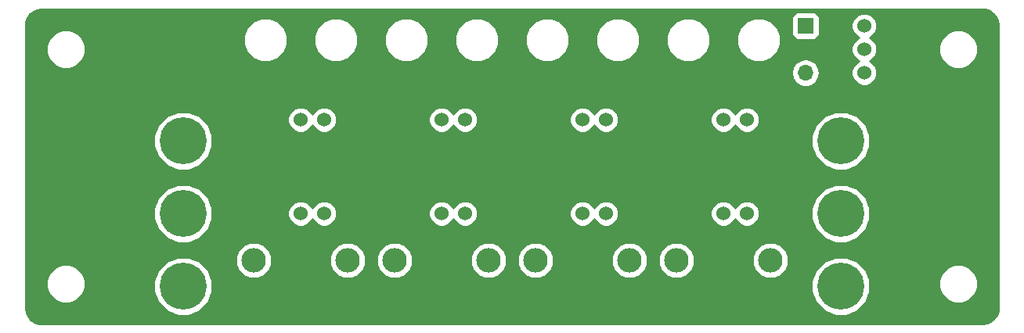
<source format=gbr>
G04 #@! TF.GenerationSoftware,KiCad,Pcbnew,(5.0.2)-1*
G04 #@! TF.CreationDate,2019-04-02T18:39:04-05:00*
G04 #@! TF.ProjectId,CameraPowerInjector_Hardware,43616d65-7261-4506-9f77-6572496e6a65,rev?*
G04 #@! TF.SameCoordinates,Original*
G04 #@! TF.FileFunction,Copper,L2,Bot*
G04 #@! TF.FilePolarity,Positive*
%FSLAX46Y46*%
G04 Gerber Fmt 4.6, Leading zero omitted, Abs format (unit mm)*
G04 Created by KiCad (PCBNEW (5.0.2)-1) date 4/2/2019 6:39:04 PM*
%MOMM*%
%LPD*%
G01*
G04 APERTURE LIST*
G04 #@! TA.AperFunction,ComponentPad*
%ADD10C,5.080000*%
G04 #@! TD*
G04 #@! TA.AperFunction,ComponentPad*
%ADD11C,1.524000*%
G04 #@! TD*
G04 #@! TA.AperFunction,ComponentPad*
%ADD12C,2.641600*%
G04 #@! TD*
G04 #@! TA.AperFunction,ComponentPad*
%ADD13R,1.700000X1.700000*%
G04 #@! TD*
G04 #@! TA.AperFunction,ComponentPad*
%ADD14O,1.700000X1.700000*%
G04 #@! TD*
G04 #@! TA.AperFunction,Conductor*
%ADD15C,0.254000*%
G04 #@! TD*
G04 APERTURE END LIST*
D10*
G04 #@! TO.P,Conn1,1*
G04 #@! TO.N,GND*
X134620000Y-127254000D03*
G04 #@! TO.P,Conn1,2*
G04 #@! TO.N,N/C*
X134620000Y-119380000D03*
G04 #@! TO.P,Conn1,3*
G04 #@! TO.N,VDDA*
X134620000Y-111506000D03*
G04 #@! TD*
D11*
G04 #@! TO.P,Conn2,3*
G04 #@! TO.N,GND*
X124460000Y-109220000D03*
G04 #@! TO.P,Conn2,2*
G04 #@! TO.N,C1_Sig*
X121920000Y-109220000D03*
G04 #@! TO.P,Conn2,1*
G04 #@! TO.N,VCOM*
X119380000Y-109220000D03*
G04 #@! TD*
G04 #@! TO.P,Conn3,1*
G04 #@! TO.N,VCOM*
X104140000Y-109220000D03*
G04 #@! TO.P,Conn3,2*
G04 #@! TO.N,C2_Sig*
X106680000Y-109220000D03*
G04 #@! TO.P,Conn3,3*
G04 #@! TO.N,GND*
X109220000Y-109220000D03*
G04 #@! TD*
G04 #@! TO.P,Conn4,3*
G04 #@! TO.N,GND*
X93980000Y-109220000D03*
G04 #@! TO.P,Conn4,2*
G04 #@! TO.N,C3_Sig*
X91440000Y-109220000D03*
G04 #@! TO.P,Conn4,1*
G04 #@! TO.N,VCOM*
X88900000Y-109220000D03*
G04 #@! TD*
G04 #@! TO.P,Conn5,1*
G04 #@! TO.N,VCOM*
X73660000Y-109220000D03*
G04 #@! TO.P,Conn5,2*
G04 #@! TO.N,C4_Sig*
X76200000Y-109220000D03*
G04 #@! TO.P,Conn5,3*
G04 #@! TO.N,GND*
X78740000Y-109220000D03*
G04 #@! TD*
D10*
G04 #@! TO.P,Conn6,3*
G04 #@! TO.N,VDDA*
X63500000Y-127254000D03*
G04 #@! TO.P,Conn6,2*
G04 #@! TO.N,N/C*
X63500000Y-119380000D03*
G04 #@! TO.P,Conn6,1*
G04 #@! TO.N,GND*
X63500000Y-111506000D03*
G04 #@! TD*
D11*
G04 #@! TO.P,J1,1*
G04 #@! TO.N,C1_Sig*
X121920000Y-119380000D03*
G04 #@! TO.P,J1,2*
G04 #@! TO.N,GND*
X124460000Y-119380000D03*
D12*
G04 #@! TO.P,J1,3*
G04 #@! TO.N,N/C*
X127000000Y-124460000D03*
G04 #@! TO.P,J1,4*
X116840000Y-124460000D03*
G04 #@! TD*
G04 #@! TO.P,J2,4*
G04 #@! TO.N,N/C*
X101600000Y-124460000D03*
G04 #@! TO.P,J2,3*
X111760000Y-124460000D03*
D11*
G04 #@! TO.P,J2,2*
G04 #@! TO.N,GND*
X109220000Y-119380000D03*
G04 #@! TO.P,J2,1*
G04 #@! TO.N,C2_Sig*
X106680000Y-119380000D03*
G04 #@! TD*
G04 #@! TO.P,J3,1*
G04 #@! TO.N,C3_Sig*
X91440000Y-119380000D03*
G04 #@! TO.P,J3,2*
G04 #@! TO.N,GND*
X93980000Y-119380000D03*
D12*
G04 #@! TO.P,J3,3*
G04 #@! TO.N,N/C*
X96520000Y-124460000D03*
G04 #@! TO.P,J3,4*
X86360000Y-124460000D03*
G04 #@! TD*
G04 #@! TO.P,J4,4*
G04 #@! TO.N,N/C*
X71120000Y-124460000D03*
G04 #@! TO.P,J4,3*
X81280000Y-124460000D03*
D11*
G04 #@! TO.P,J4,2*
G04 #@! TO.N,GND*
X78740000Y-119380000D03*
G04 #@! TO.P,J4,1*
G04 #@! TO.N,C4_Sig*
X76200000Y-119380000D03*
G04 #@! TD*
D13*
G04 #@! TO.P,JP1,1*
G04 #@! TO.N,VDDF*
X130810000Y-99060000D03*
D14*
G04 #@! TO.P,JP1,2*
G04 #@! TO.N,VCOM*
X130810000Y-101600000D03*
G04 #@! TO.P,JP1,3*
G04 #@! TO.N,VDDA*
X130810000Y-104140000D03*
G04 #@! TD*
D11*
G04 #@! TO.P,U1,1*
G04 #@! TO.N,VDDA*
X137160000Y-104140000D03*
G04 #@! TO.P,U1,2*
G04 #@! TO.N,GND*
X137160000Y-101600000D03*
G04 #@! TO.P,U1,3*
G04 #@! TO.N,VDDF*
X137160000Y-99060000D03*
G04 #@! TD*
D15*
G04 #@! TO.N,VCOM*
G36*
X150307431Y-97317365D02*
X150726750Y-97483385D01*
X151091610Y-97748471D01*
X151379079Y-98095963D01*
X151571102Y-98504031D01*
X151662168Y-98981417D01*
X151665001Y-99071568D01*
X151665000Y-129493759D01*
X151602635Y-129987430D01*
X151436613Y-130406753D01*
X151171529Y-130771609D01*
X150824037Y-131059079D01*
X150415968Y-131251102D01*
X149938583Y-131342168D01*
X149848465Y-131345000D01*
X48306241Y-131345000D01*
X47812570Y-131282635D01*
X47393247Y-131116613D01*
X47028391Y-130851529D01*
X46740921Y-130504037D01*
X46548898Y-130095968D01*
X46457832Y-129618583D01*
X46455000Y-129528465D01*
X46455000Y-126580653D01*
X48691800Y-126580653D01*
X48691800Y-127419347D01*
X49012754Y-128194199D01*
X49605801Y-128787246D01*
X50380653Y-129108200D01*
X51219347Y-129108200D01*
X51994199Y-128787246D01*
X52587246Y-128194199D01*
X52908200Y-127419347D01*
X52908200Y-126622453D01*
X60325000Y-126622453D01*
X60325000Y-127885547D01*
X60808365Y-129052493D01*
X61701507Y-129945635D01*
X62868453Y-130429000D01*
X64131547Y-130429000D01*
X65298493Y-129945635D01*
X66191635Y-129052493D01*
X66675000Y-127885547D01*
X66675000Y-126622453D01*
X131445000Y-126622453D01*
X131445000Y-127885547D01*
X131928365Y-129052493D01*
X132821507Y-129945635D01*
X133988453Y-130429000D01*
X135251547Y-130429000D01*
X136418493Y-129945635D01*
X137311635Y-129052493D01*
X137795000Y-127885547D01*
X137795000Y-126622453D01*
X137777686Y-126580653D01*
X145211800Y-126580653D01*
X145211800Y-127419347D01*
X145532754Y-128194199D01*
X146125801Y-128787246D01*
X146900653Y-129108200D01*
X147739347Y-129108200D01*
X148514199Y-128787246D01*
X149107246Y-128194199D01*
X149428200Y-127419347D01*
X149428200Y-126580653D01*
X149107246Y-125805801D01*
X148514199Y-125212754D01*
X147739347Y-124891800D01*
X146900653Y-124891800D01*
X146125801Y-125212754D01*
X145532754Y-125805801D01*
X145211800Y-126580653D01*
X137777686Y-126580653D01*
X137311635Y-125455507D01*
X136418493Y-124562365D01*
X135251547Y-124079000D01*
X133988453Y-124079000D01*
X132821507Y-124562365D01*
X131928365Y-125455507D01*
X131445000Y-126622453D01*
X66675000Y-126622453D01*
X66191635Y-125455507D01*
X65298493Y-124562365D01*
X64131547Y-124079000D01*
X62868453Y-124079000D01*
X61701507Y-124562365D01*
X60808365Y-125455507D01*
X60325000Y-126622453D01*
X52908200Y-126622453D01*
X52908200Y-126580653D01*
X52587246Y-125805801D01*
X51994199Y-125212754D01*
X51219347Y-124891800D01*
X50380653Y-124891800D01*
X49605801Y-125212754D01*
X49012754Y-125805801D01*
X48691800Y-126580653D01*
X46455000Y-126580653D01*
X46455000Y-124070967D01*
X69164200Y-124070967D01*
X69164200Y-124849033D01*
X69461953Y-125567871D01*
X70012129Y-126118047D01*
X70730967Y-126415800D01*
X71509033Y-126415800D01*
X72227871Y-126118047D01*
X72778047Y-125567871D01*
X73075800Y-124849033D01*
X73075800Y-124070967D01*
X79324200Y-124070967D01*
X79324200Y-124849033D01*
X79621953Y-125567871D01*
X80172129Y-126118047D01*
X80890967Y-126415800D01*
X81669033Y-126415800D01*
X82387871Y-126118047D01*
X82938047Y-125567871D01*
X83235800Y-124849033D01*
X83235800Y-124070967D01*
X84404200Y-124070967D01*
X84404200Y-124849033D01*
X84701953Y-125567871D01*
X85252129Y-126118047D01*
X85970967Y-126415800D01*
X86749033Y-126415800D01*
X87467871Y-126118047D01*
X88018047Y-125567871D01*
X88315800Y-124849033D01*
X88315800Y-124070967D01*
X94564200Y-124070967D01*
X94564200Y-124849033D01*
X94861953Y-125567871D01*
X95412129Y-126118047D01*
X96130967Y-126415800D01*
X96909033Y-126415800D01*
X97627871Y-126118047D01*
X98178047Y-125567871D01*
X98475800Y-124849033D01*
X98475800Y-124070967D01*
X99644200Y-124070967D01*
X99644200Y-124849033D01*
X99941953Y-125567871D01*
X100492129Y-126118047D01*
X101210967Y-126415800D01*
X101989033Y-126415800D01*
X102707871Y-126118047D01*
X103258047Y-125567871D01*
X103555800Y-124849033D01*
X103555800Y-124070967D01*
X109804200Y-124070967D01*
X109804200Y-124849033D01*
X110101953Y-125567871D01*
X110652129Y-126118047D01*
X111370967Y-126415800D01*
X112149033Y-126415800D01*
X112867871Y-126118047D01*
X113418047Y-125567871D01*
X113715800Y-124849033D01*
X113715800Y-124070967D01*
X114884200Y-124070967D01*
X114884200Y-124849033D01*
X115181953Y-125567871D01*
X115732129Y-126118047D01*
X116450967Y-126415800D01*
X117229033Y-126415800D01*
X117947871Y-126118047D01*
X118498047Y-125567871D01*
X118795800Y-124849033D01*
X118795800Y-124070967D01*
X125044200Y-124070967D01*
X125044200Y-124849033D01*
X125341953Y-125567871D01*
X125892129Y-126118047D01*
X126610967Y-126415800D01*
X127389033Y-126415800D01*
X128107871Y-126118047D01*
X128658047Y-125567871D01*
X128955800Y-124849033D01*
X128955800Y-124070967D01*
X128658047Y-123352129D01*
X128107871Y-122801953D01*
X127389033Y-122504200D01*
X126610967Y-122504200D01*
X125892129Y-122801953D01*
X125341953Y-123352129D01*
X125044200Y-124070967D01*
X118795800Y-124070967D01*
X118498047Y-123352129D01*
X117947871Y-122801953D01*
X117229033Y-122504200D01*
X116450967Y-122504200D01*
X115732129Y-122801953D01*
X115181953Y-123352129D01*
X114884200Y-124070967D01*
X113715800Y-124070967D01*
X113418047Y-123352129D01*
X112867871Y-122801953D01*
X112149033Y-122504200D01*
X111370967Y-122504200D01*
X110652129Y-122801953D01*
X110101953Y-123352129D01*
X109804200Y-124070967D01*
X103555800Y-124070967D01*
X103258047Y-123352129D01*
X102707871Y-122801953D01*
X101989033Y-122504200D01*
X101210967Y-122504200D01*
X100492129Y-122801953D01*
X99941953Y-123352129D01*
X99644200Y-124070967D01*
X98475800Y-124070967D01*
X98178047Y-123352129D01*
X97627871Y-122801953D01*
X96909033Y-122504200D01*
X96130967Y-122504200D01*
X95412129Y-122801953D01*
X94861953Y-123352129D01*
X94564200Y-124070967D01*
X88315800Y-124070967D01*
X88018047Y-123352129D01*
X87467871Y-122801953D01*
X86749033Y-122504200D01*
X85970967Y-122504200D01*
X85252129Y-122801953D01*
X84701953Y-123352129D01*
X84404200Y-124070967D01*
X83235800Y-124070967D01*
X82938047Y-123352129D01*
X82387871Y-122801953D01*
X81669033Y-122504200D01*
X80890967Y-122504200D01*
X80172129Y-122801953D01*
X79621953Y-123352129D01*
X79324200Y-124070967D01*
X73075800Y-124070967D01*
X72778047Y-123352129D01*
X72227871Y-122801953D01*
X71509033Y-122504200D01*
X70730967Y-122504200D01*
X70012129Y-122801953D01*
X69461953Y-123352129D01*
X69164200Y-124070967D01*
X46455000Y-124070967D01*
X46455000Y-118748453D01*
X60325000Y-118748453D01*
X60325000Y-120011547D01*
X60808365Y-121178493D01*
X61701507Y-122071635D01*
X62868453Y-122555000D01*
X64131547Y-122555000D01*
X65298493Y-122071635D01*
X66191635Y-121178493D01*
X66675000Y-120011547D01*
X66675000Y-119102119D01*
X74803000Y-119102119D01*
X74803000Y-119657881D01*
X75015680Y-120171337D01*
X75408663Y-120564320D01*
X75922119Y-120777000D01*
X76477881Y-120777000D01*
X76991337Y-120564320D01*
X77384320Y-120171337D01*
X77470000Y-119964487D01*
X77555680Y-120171337D01*
X77948663Y-120564320D01*
X78462119Y-120777000D01*
X79017881Y-120777000D01*
X79531337Y-120564320D01*
X79924320Y-120171337D01*
X80137000Y-119657881D01*
X80137000Y-119102119D01*
X90043000Y-119102119D01*
X90043000Y-119657881D01*
X90255680Y-120171337D01*
X90648663Y-120564320D01*
X91162119Y-120777000D01*
X91717881Y-120777000D01*
X92231337Y-120564320D01*
X92624320Y-120171337D01*
X92710000Y-119964487D01*
X92795680Y-120171337D01*
X93188663Y-120564320D01*
X93702119Y-120777000D01*
X94257881Y-120777000D01*
X94771337Y-120564320D01*
X95164320Y-120171337D01*
X95377000Y-119657881D01*
X95377000Y-119102119D01*
X105283000Y-119102119D01*
X105283000Y-119657881D01*
X105495680Y-120171337D01*
X105888663Y-120564320D01*
X106402119Y-120777000D01*
X106957881Y-120777000D01*
X107471337Y-120564320D01*
X107864320Y-120171337D01*
X107950000Y-119964487D01*
X108035680Y-120171337D01*
X108428663Y-120564320D01*
X108942119Y-120777000D01*
X109497881Y-120777000D01*
X110011337Y-120564320D01*
X110404320Y-120171337D01*
X110617000Y-119657881D01*
X110617000Y-119102119D01*
X120523000Y-119102119D01*
X120523000Y-119657881D01*
X120735680Y-120171337D01*
X121128663Y-120564320D01*
X121642119Y-120777000D01*
X122197881Y-120777000D01*
X122711337Y-120564320D01*
X123104320Y-120171337D01*
X123190000Y-119964487D01*
X123275680Y-120171337D01*
X123668663Y-120564320D01*
X124182119Y-120777000D01*
X124737881Y-120777000D01*
X125251337Y-120564320D01*
X125644320Y-120171337D01*
X125857000Y-119657881D01*
X125857000Y-119102119D01*
X125710508Y-118748453D01*
X131445000Y-118748453D01*
X131445000Y-120011547D01*
X131928365Y-121178493D01*
X132821507Y-122071635D01*
X133988453Y-122555000D01*
X135251547Y-122555000D01*
X136418493Y-122071635D01*
X137311635Y-121178493D01*
X137795000Y-120011547D01*
X137795000Y-118748453D01*
X137311635Y-117581507D01*
X136418493Y-116688365D01*
X135251547Y-116205000D01*
X133988453Y-116205000D01*
X132821507Y-116688365D01*
X131928365Y-117581507D01*
X131445000Y-118748453D01*
X125710508Y-118748453D01*
X125644320Y-118588663D01*
X125251337Y-118195680D01*
X124737881Y-117983000D01*
X124182119Y-117983000D01*
X123668663Y-118195680D01*
X123275680Y-118588663D01*
X123190000Y-118795513D01*
X123104320Y-118588663D01*
X122711337Y-118195680D01*
X122197881Y-117983000D01*
X121642119Y-117983000D01*
X121128663Y-118195680D01*
X120735680Y-118588663D01*
X120523000Y-119102119D01*
X110617000Y-119102119D01*
X110404320Y-118588663D01*
X110011337Y-118195680D01*
X109497881Y-117983000D01*
X108942119Y-117983000D01*
X108428663Y-118195680D01*
X108035680Y-118588663D01*
X107950000Y-118795513D01*
X107864320Y-118588663D01*
X107471337Y-118195680D01*
X106957881Y-117983000D01*
X106402119Y-117983000D01*
X105888663Y-118195680D01*
X105495680Y-118588663D01*
X105283000Y-119102119D01*
X95377000Y-119102119D01*
X95164320Y-118588663D01*
X94771337Y-118195680D01*
X94257881Y-117983000D01*
X93702119Y-117983000D01*
X93188663Y-118195680D01*
X92795680Y-118588663D01*
X92710000Y-118795513D01*
X92624320Y-118588663D01*
X92231337Y-118195680D01*
X91717881Y-117983000D01*
X91162119Y-117983000D01*
X90648663Y-118195680D01*
X90255680Y-118588663D01*
X90043000Y-119102119D01*
X80137000Y-119102119D01*
X79924320Y-118588663D01*
X79531337Y-118195680D01*
X79017881Y-117983000D01*
X78462119Y-117983000D01*
X77948663Y-118195680D01*
X77555680Y-118588663D01*
X77470000Y-118795513D01*
X77384320Y-118588663D01*
X76991337Y-118195680D01*
X76477881Y-117983000D01*
X75922119Y-117983000D01*
X75408663Y-118195680D01*
X75015680Y-118588663D01*
X74803000Y-119102119D01*
X66675000Y-119102119D01*
X66675000Y-118748453D01*
X66191635Y-117581507D01*
X65298493Y-116688365D01*
X64131547Y-116205000D01*
X62868453Y-116205000D01*
X61701507Y-116688365D01*
X60808365Y-117581507D01*
X60325000Y-118748453D01*
X46455000Y-118748453D01*
X46455000Y-110874453D01*
X60325000Y-110874453D01*
X60325000Y-112137547D01*
X60808365Y-113304493D01*
X61701507Y-114197635D01*
X62868453Y-114681000D01*
X64131547Y-114681000D01*
X65298493Y-114197635D01*
X66191635Y-113304493D01*
X66675000Y-112137547D01*
X66675000Y-110874453D01*
X131445000Y-110874453D01*
X131445000Y-112137547D01*
X131928365Y-113304493D01*
X132821507Y-114197635D01*
X133988453Y-114681000D01*
X135251547Y-114681000D01*
X136418493Y-114197635D01*
X137311635Y-113304493D01*
X137795000Y-112137547D01*
X137795000Y-110874453D01*
X137311635Y-109707507D01*
X136418493Y-108814365D01*
X135251547Y-108331000D01*
X133988453Y-108331000D01*
X132821507Y-108814365D01*
X131928365Y-109707507D01*
X131445000Y-110874453D01*
X66675000Y-110874453D01*
X66191635Y-109707507D01*
X65426247Y-108942119D01*
X74803000Y-108942119D01*
X74803000Y-109497881D01*
X75015680Y-110011337D01*
X75408663Y-110404320D01*
X75922119Y-110617000D01*
X76477881Y-110617000D01*
X76991337Y-110404320D01*
X77384320Y-110011337D01*
X77470000Y-109804487D01*
X77555680Y-110011337D01*
X77948663Y-110404320D01*
X78462119Y-110617000D01*
X79017881Y-110617000D01*
X79531337Y-110404320D01*
X79924320Y-110011337D01*
X80137000Y-109497881D01*
X80137000Y-108942119D01*
X90043000Y-108942119D01*
X90043000Y-109497881D01*
X90255680Y-110011337D01*
X90648663Y-110404320D01*
X91162119Y-110617000D01*
X91717881Y-110617000D01*
X92231337Y-110404320D01*
X92624320Y-110011337D01*
X92710000Y-109804487D01*
X92795680Y-110011337D01*
X93188663Y-110404320D01*
X93702119Y-110617000D01*
X94257881Y-110617000D01*
X94771337Y-110404320D01*
X95164320Y-110011337D01*
X95377000Y-109497881D01*
X95377000Y-108942119D01*
X105283000Y-108942119D01*
X105283000Y-109497881D01*
X105495680Y-110011337D01*
X105888663Y-110404320D01*
X106402119Y-110617000D01*
X106957881Y-110617000D01*
X107471337Y-110404320D01*
X107864320Y-110011337D01*
X107950000Y-109804487D01*
X108035680Y-110011337D01*
X108428663Y-110404320D01*
X108942119Y-110617000D01*
X109497881Y-110617000D01*
X110011337Y-110404320D01*
X110404320Y-110011337D01*
X110617000Y-109497881D01*
X110617000Y-108942119D01*
X120523000Y-108942119D01*
X120523000Y-109497881D01*
X120735680Y-110011337D01*
X121128663Y-110404320D01*
X121642119Y-110617000D01*
X122197881Y-110617000D01*
X122711337Y-110404320D01*
X123104320Y-110011337D01*
X123190000Y-109804487D01*
X123275680Y-110011337D01*
X123668663Y-110404320D01*
X124182119Y-110617000D01*
X124737881Y-110617000D01*
X125251337Y-110404320D01*
X125644320Y-110011337D01*
X125857000Y-109497881D01*
X125857000Y-108942119D01*
X125644320Y-108428663D01*
X125251337Y-108035680D01*
X124737881Y-107823000D01*
X124182119Y-107823000D01*
X123668663Y-108035680D01*
X123275680Y-108428663D01*
X123190000Y-108635513D01*
X123104320Y-108428663D01*
X122711337Y-108035680D01*
X122197881Y-107823000D01*
X121642119Y-107823000D01*
X121128663Y-108035680D01*
X120735680Y-108428663D01*
X120523000Y-108942119D01*
X110617000Y-108942119D01*
X110404320Y-108428663D01*
X110011337Y-108035680D01*
X109497881Y-107823000D01*
X108942119Y-107823000D01*
X108428663Y-108035680D01*
X108035680Y-108428663D01*
X107950000Y-108635513D01*
X107864320Y-108428663D01*
X107471337Y-108035680D01*
X106957881Y-107823000D01*
X106402119Y-107823000D01*
X105888663Y-108035680D01*
X105495680Y-108428663D01*
X105283000Y-108942119D01*
X95377000Y-108942119D01*
X95164320Y-108428663D01*
X94771337Y-108035680D01*
X94257881Y-107823000D01*
X93702119Y-107823000D01*
X93188663Y-108035680D01*
X92795680Y-108428663D01*
X92710000Y-108635513D01*
X92624320Y-108428663D01*
X92231337Y-108035680D01*
X91717881Y-107823000D01*
X91162119Y-107823000D01*
X90648663Y-108035680D01*
X90255680Y-108428663D01*
X90043000Y-108942119D01*
X80137000Y-108942119D01*
X79924320Y-108428663D01*
X79531337Y-108035680D01*
X79017881Y-107823000D01*
X78462119Y-107823000D01*
X77948663Y-108035680D01*
X77555680Y-108428663D01*
X77470000Y-108635513D01*
X77384320Y-108428663D01*
X76991337Y-108035680D01*
X76477881Y-107823000D01*
X75922119Y-107823000D01*
X75408663Y-108035680D01*
X75015680Y-108428663D01*
X74803000Y-108942119D01*
X65426247Y-108942119D01*
X65298493Y-108814365D01*
X64131547Y-108331000D01*
X62868453Y-108331000D01*
X61701507Y-108814365D01*
X60808365Y-109707507D01*
X60325000Y-110874453D01*
X46455000Y-110874453D01*
X46455000Y-104140000D01*
X129295908Y-104140000D01*
X129411161Y-104719418D01*
X129739375Y-105210625D01*
X130230582Y-105538839D01*
X130663744Y-105625000D01*
X130956256Y-105625000D01*
X131389418Y-105538839D01*
X131880625Y-105210625D01*
X132208839Y-104719418D01*
X132324092Y-104140000D01*
X132208839Y-103560582D01*
X131880625Y-103069375D01*
X131389418Y-102741161D01*
X130956256Y-102655000D01*
X130663744Y-102655000D01*
X130230582Y-102741161D01*
X129739375Y-103069375D01*
X129411161Y-103560582D01*
X129295908Y-104140000D01*
X46455000Y-104140000D01*
X46455000Y-101180653D01*
X48691800Y-101180653D01*
X48691800Y-102019347D01*
X49012754Y-102794199D01*
X49605801Y-103387246D01*
X50380653Y-103708200D01*
X51219347Y-103708200D01*
X51994199Y-103387246D01*
X52587246Y-102794199D01*
X52908200Y-102019347D01*
X52908200Y-101180653D01*
X52587246Y-100405801D01*
X52296012Y-100114567D01*
X70030000Y-100114567D01*
X70030000Y-101053433D01*
X70389289Y-101920833D01*
X71053167Y-102584711D01*
X71920567Y-102944000D01*
X72859433Y-102944000D01*
X73726833Y-102584711D01*
X74390711Y-101920833D01*
X74750000Y-101053433D01*
X74750000Y-100114567D01*
X77650000Y-100114567D01*
X77650000Y-101053433D01*
X78009289Y-101920833D01*
X78673167Y-102584711D01*
X79540567Y-102944000D01*
X80479433Y-102944000D01*
X81346833Y-102584711D01*
X82010711Y-101920833D01*
X82370000Y-101053433D01*
X82370000Y-100114567D01*
X85270000Y-100114567D01*
X85270000Y-101053433D01*
X85629289Y-101920833D01*
X86293167Y-102584711D01*
X87160567Y-102944000D01*
X88099433Y-102944000D01*
X88966833Y-102584711D01*
X89630711Y-101920833D01*
X89990000Y-101053433D01*
X89990000Y-100114567D01*
X92890000Y-100114567D01*
X92890000Y-101053433D01*
X93249289Y-101920833D01*
X93913167Y-102584711D01*
X94780567Y-102944000D01*
X95719433Y-102944000D01*
X96586833Y-102584711D01*
X97250711Y-101920833D01*
X97610000Y-101053433D01*
X97610000Y-100114567D01*
X100510000Y-100114567D01*
X100510000Y-101053433D01*
X100869289Y-101920833D01*
X101533167Y-102584711D01*
X102400567Y-102944000D01*
X103339433Y-102944000D01*
X104206833Y-102584711D01*
X104870711Y-101920833D01*
X105230000Y-101053433D01*
X105230000Y-100114567D01*
X108130000Y-100114567D01*
X108130000Y-101053433D01*
X108489289Y-101920833D01*
X109153167Y-102584711D01*
X110020567Y-102944000D01*
X110959433Y-102944000D01*
X111826833Y-102584711D01*
X112490711Y-101920833D01*
X112850000Y-101053433D01*
X112850000Y-100114567D01*
X115750000Y-100114567D01*
X115750000Y-101053433D01*
X116109289Y-101920833D01*
X116773167Y-102584711D01*
X117640567Y-102944000D01*
X118579433Y-102944000D01*
X119446833Y-102584711D01*
X120110711Y-101920833D01*
X120470000Y-101053433D01*
X120470000Y-100114567D01*
X123370000Y-100114567D01*
X123370000Y-101053433D01*
X123729289Y-101920833D01*
X124393167Y-102584711D01*
X125260567Y-102944000D01*
X126199433Y-102944000D01*
X127066833Y-102584711D01*
X127730711Y-101920833D01*
X128090000Y-101053433D01*
X128090000Y-100114567D01*
X127730711Y-99247167D01*
X127066833Y-98583289D01*
X126199433Y-98224000D01*
X125260567Y-98224000D01*
X124393167Y-98583289D01*
X123729289Y-99247167D01*
X123370000Y-100114567D01*
X120470000Y-100114567D01*
X120110711Y-99247167D01*
X119446833Y-98583289D01*
X118579433Y-98224000D01*
X117640567Y-98224000D01*
X116773167Y-98583289D01*
X116109289Y-99247167D01*
X115750000Y-100114567D01*
X112850000Y-100114567D01*
X112490711Y-99247167D01*
X111826833Y-98583289D01*
X110959433Y-98224000D01*
X110020567Y-98224000D01*
X109153167Y-98583289D01*
X108489289Y-99247167D01*
X108130000Y-100114567D01*
X105230000Y-100114567D01*
X104870711Y-99247167D01*
X104206833Y-98583289D01*
X103339433Y-98224000D01*
X102400567Y-98224000D01*
X101533167Y-98583289D01*
X100869289Y-99247167D01*
X100510000Y-100114567D01*
X97610000Y-100114567D01*
X97250711Y-99247167D01*
X96586833Y-98583289D01*
X95719433Y-98224000D01*
X94780567Y-98224000D01*
X93913167Y-98583289D01*
X93249289Y-99247167D01*
X92890000Y-100114567D01*
X89990000Y-100114567D01*
X89630711Y-99247167D01*
X88966833Y-98583289D01*
X88099433Y-98224000D01*
X87160567Y-98224000D01*
X86293167Y-98583289D01*
X85629289Y-99247167D01*
X85270000Y-100114567D01*
X82370000Y-100114567D01*
X82010711Y-99247167D01*
X81346833Y-98583289D01*
X80479433Y-98224000D01*
X79540567Y-98224000D01*
X78673167Y-98583289D01*
X78009289Y-99247167D01*
X77650000Y-100114567D01*
X74750000Y-100114567D01*
X74390711Y-99247167D01*
X73726833Y-98583289D01*
X72859433Y-98224000D01*
X71920567Y-98224000D01*
X71053167Y-98583289D01*
X70389289Y-99247167D01*
X70030000Y-100114567D01*
X52296012Y-100114567D01*
X51994199Y-99812754D01*
X51219347Y-99491800D01*
X50380653Y-99491800D01*
X49605801Y-99812754D01*
X49012754Y-100405801D01*
X48691800Y-101180653D01*
X46455000Y-101180653D01*
X46455000Y-99106240D01*
X46517365Y-98612569D01*
X46676753Y-98210000D01*
X129312560Y-98210000D01*
X129312560Y-99910000D01*
X129361843Y-100157765D01*
X129502191Y-100367809D01*
X129712235Y-100508157D01*
X129960000Y-100557440D01*
X131660000Y-100557440D01*
X131907765Y-100508157D01*
X132117809Y-100367809D01*
X132258157Y-100157765D01*
X132307440Y-99910000D01*
X132307440Y-98782119D01*
X135763000Y-98782119D01*
X135763000Y-99337881D01*
X135975680Y-99851337D01*
X136368663Y-100244320D01*
X136575513Y-100330000D01*
X136368663Y-100415680D01*
X135975680Y-100808663D01*
X135763000Y-101322119D01*
X135763000Y-101877881D01*
X135975680Y-102391337D01*
X136368663Y-102784320D01*
X136575513Y-102870000D01*
X136368663Y-102955680D01*
X135975680Y-103348663D01*
X135763000Y-103862119D01*
X135763000Y-104417881D01*
X135975680Y-104931337D01*
X136368663Y-105324320D01*
X136882119Y-105537000D01*
X137437881Y-105537000D01*
X137951337Y-105324320D01*
X138344320Y-104931337D01*
X138557000Y-104417881D01*
X138557000Y-103862119D01*
X138344320Y-103348663D01*
X137951337Y-102955680D01*
X137744487Y-102870000D01*
X137951337Y-102784320D01*
X138344320Y-102391337D01*
X138557000Y-101877881D01*
X138557000Y-101322119D01*
X138498403Y-101180653D01*
X145211800Y-101180653D01*
X145211800Y-102019347D01*
X145532754Y-102794199D01*
X146125801Y-103387246D01*
X146900653Y-103708200D01*
X147739347Y-103708200D01*
X148514199Y-103387246D01*
X149107246Y-102794199D01*
X149428200Y-102019347D01*
X149428200Y-101180653D01*
X149107246Y-100405801D01*
X148514199Y-99812754D01*
X147739347Y-99491800D01*
X146900653Y-99491800D01*
X146125801Y-99812754D01*
X145532754Y-100405801D01*
X145211800Y-101180653D01*
X138498403Y-101180653D01*
X138344320Y-100808663D01*
X137951337Y-100415680D01*
X137744487Y-100330000D01*
X137951337Y-100244320D01*
X138344320Y-99851337D01*
X138557000Y-99337881D01*
X138557000Y-98782119D01*
X138344320Y-98268663D01*
X137951337Y-97875680D01*
X137437881Y-97663000D01*
X136882119Y-97663000D01*
X136368663Y-97875680D01*
X135975680Y-98268663D01*
X135763000Y-98782119D01*
X132307440Y-98782119D01*
X132307440Y-98210000D01*
X132258157Y-97962235D01*
X132117809Y-97752191D01*
X131907765Y-97611843D01*
X131660000Y-97562560D01*
X129960000Y-97562560D01*
X129712235Y-97611843D01*
X129502191Y-97752191D01*
X129361843Y-97962235D01*
X129312560Y-98210000D01*
X46676753Y-98210000D01*
X46683385Y-98193250D01*
X46948471Y-97828390D01*
X47295963Y-97540921D01*
X47704031Y-97348898D01*
X48181417Y-97257832D01*
X48271536Y-97255000D01*
X149813760Y-97255000D01*
X150307431Y-97317365D01*
X150307431Y-97317365D01*
G37*
X150307431Y-97317365D02*
X150726750Y-97483385D01*
X151091610Y-97748471D01*
X151379079Y-98095963D01*
X151571102Y-98504031D01*
X151662168Y-98981417D01*
X151665001Y-99071568D01*
X151665000Y-129493759D01*
X151602635Y-129987430D01*
X151436613Y-130406753D01*
X151171529Y-130771609D01*
X150824037Y-131059079D01*
X150415968Y-131251102D01*
X149938583Y-131342168D01*
X149848465Y-131345000D01*
X48306241Y-131345000D01*
X47812570Y-131282635D01*
X47393247Y-131116613D01*
X47028391Y-130851529D01*
X46740921Y-130504037D01*
X46548898Y-130095968D01*
X46457832Y-129618583D01*
X46455000Y-129528465D01*
X46455000Y-126580653D01*
X48691800Y-126580653D01*
X48691800Y-127419347D01*
X49012754Y-128194199D01*
X49605801Y-128787246D01*
X50380653Y-129108200D01*
X51219347Y-129108200D01*
X51994199Y-128787246D01*
X52587246Y-128194199D01*
X52908200Y-127419347D01*
X52908200Y-126622453D01*
X60325000Y-126622453D01*
X60325000Y-127885547D01*
X60808365Y-129052493D01*
X61701507Y-129945635D01*
X62868453Y-130429000D01*
X64131547Y-130429000D01*
X65298493Y-129945635D01*
X66191635Y-129052493D01*
X66675000Y-127885547D01*
X66675000Y-126622453D01*
X131445000Y-126622453D01*
X131445000Y-127885547D01*
X131928365Y-129052493D01*
X132821507Y-129945635D01*
X133988453Y-130429000D01*
X135251547Y-130429000D01*
X136418493Y-129945635D01*
X137311635Y-129052493D01*
X137795000Y-127885547D01*
X137795000Y-126622453D01*
X137777686Y-126580653D01*
X145211800Y-126580653D01*
X145211800Y-127419347D01*
X145532754Y-128194199D01*
X146125801Y-128787246D01*
X146900653Y-129108200D01*
X147739347Y-129108200D01*
X148514199Y-128787246D01*
X149107246Y-128194199D01*
X149428200Y-127419347D01*
X149428200Y-126580653D01*
X149107246Y-125805801D01*
X148514199Y-125212754D01*
X147739347Y-124891800D01*
X146900653Y-124891800D01*
X146125801Y-125212754D01*
X145532754Y-125805801D01*
X145211800Y-126580653D01*
X137777686Y-126580653D01*
X137311635Y-125455507D01*
X136418493Y-124562365D01*
X135251547Y-124079000D01*
X133988453Y-124079000D01*
X132821507Y-124562365D01*
X131928365Y-125455507D01*
X131445000Y-126622453D01*
X66675000Y-126622453D01*
X66191635Y-125455507D01*
X65298493Y-124562365D01*
X64131547Y-124079000D01*
X62868453Y-124079000D01*
X61701507Y-124562365D01*
X60808365Y-125455507D01*
X60325000Y-126622453D01*
X52908200Y-126622453D01*
X52908200Y-126580653D01*
X52587246Y-125805801D01*
X51994199Y-125212754D01*
X51219347Y-124891800D01*
X50380653Y-124891800D01*
X49605801Y-125212754D01*
X49012754Y-125805801D01*
X48691800Y-126580653D01*
X46455000Y-126580653D01*
X46455000Y-124070967D01*
X69164200Y-124070967D01*
X69164200Y-124849033D01*
X69461953Y-125567871D01*
X70012129Y-126118047D01*
X70730967Y-126415800D01*
X71509033Y-126415800D01*
X72227871Y-126118047D01*
X72778047Y-125567871D01*
X73075800Y-124849033D01*
X73075800Y-124070967D01*
X79324200Y-124070967D01*
X79324200Y-124849033D01*
X79621953Y-125567871D01*
X80172129Y-126118047D01*
X80890967Y-126415800D01*
X81669033Y-126415800D01*
X82387871Y-126118047D01*
X82938047Y-125567871D01*
X83235800Y-124849033D01*
X83235800Y-124070967D01*
X84404200Y-124070967D01*
X84404200Y-124849033D01*
X84701953Y-125567871D01*
X85252129Y-126118047D01*
X85970967Y-126415800D01*
X86749033Y-126415800D01*
X87467871Y-126118047D01*
X88018047Y-125567871D01*
X88315800Y-124849033D01*
X88315800Y-124070967D01*
X94564200Y-124070967D01*
X94564200Y-124849033D01*
X94861953Y-125567871D01*
X95412129Y-126118047D01*
X96130967Y-126415800D01*
X96909033Y-126415800D01*
X97627871Y-126118047D01*
X98178047Y-125567871D01*
X98475800Y-124849033D01*
X98475800Y-124070967D01*
X99644200Y-124070967D01*
X99644200Y-124849033D01*
X99941953Y-125567871D01*
X100492129Y-126118047D01*
X101210967Y-126415800D01*
X101989033Y-126415800D01*
X102707871Y-126118047D01*
X103258047Y-125567871D01*
X103555800Y-124849033D01*
X103555800Y-124070967D01*
X109804200Y-124070967D01*
X109804200Y-124849033D01*
X110101953Y-125567871D01*
X110652129Y-126118047D01*
X111370967Y-126415800D01*
X112149033Y-126415800D01*
X112867871Y-126118047D01*
X113418047Y-125567871D01*
X113715800Y-124849033D01*
X113715800Y-124070967D01*
X114884200Y-124070967D01*
X114884200Y-124849033D01*
X115181953Y-125567871D01*
X115732129Y-126118047D01*
X116450967Y-126415800D01*
X117229033Y-126415800D01*
X117947871Y-126118047D01*
X118498047Y-125567871D01*
X118795800Y-124849033D01*
X118795800Y-124070967D01*
X125044200Y-124070967D01*
X125044200Y-124849033D01*
X125341953Y-125567871D01*
X125892129Y-126118047D01*
X126610967Y-126415800D01*
X127389033Y-126415800D01*
X128107871Y-126118047D01*
X128658047Y-125567871D01*
X128955800Y-124849033D01*
X128955800Y-124070967D01*
X128658047Y-123352129D01*
X128107871Y-122801953D01*
X127389033Y-122504200D01*
X126610967Y-122504200D01*
X125892129Y-122801953D01*
X125341953Y-123352129D01*
X125044200Y-124070967D01*
X118795800Y-124070967D01*
X118498047Y-123352129D01*
X117947871Y-122801953D01*
X117229033Y-122504200D01*
X116450967Y-122504200D01*
X115732129Y-122801953D01*
X115181953Y-123352129D01*
X114884200Y-124070967D01*
X113715800Y-124070967D01*
X113418047Y-123352129D01*
X112867871Y-122801953D01*
X112149033Y-122504200D01*
X111370967Y-122504200D01*
X110652129Y-122801953D01*
X110101953Y-123352129D01*
X109804200Y-124070967D01*
X103555800Y-124070967D01*
X103258047Y-123352129D01*
X102707871Y-122801953D01*
X101989033Y-122504200D01*
X101210967Y-122504200D01*
X100492129Y-122801953D01*
X99941953Y-123352129D01*
X99644200Y-124070967D01*
X98475800Y-124070967D01*
X98178047Y-123352129D01*
X97627871Y-122801953D01*
X96909033Y-122504200D01*
X96130967Y-122504200D01*
X95412129Y-122801953D01*
X94861953Y-123352129D01*
X94564200Y-124070967D01*
X88315800Y-124070967D01*
X88018047Y-123352129D01*
X87467871Y-122801953D01*
X86749033Y-122504200D01*
X85970967Y-122504200D01*
X85252129Y-122801953D01*
X84701953Y-123352129D01*
X84404200Y-124070967D01*
X83235800Y-124070967D01*
X82938047Y-123352129D01*
X82387871Y-122801953D01*
X81669033Y-122504200D01*
X80890967Y-122504200D01*
X80172129Y-122801953D01*
X79621953Y-123352129D01*
X79324200Y-124070967D01*
X73075800Y-124070967D01*
X72778047Y-123352129D01*
X72227871Y-122801953D01*
X71509033Y-122504200D01*
X70730967Y-122504200D01*
X70012129Y-122801953D01*
X69461953Y-123352129D01*
X69164200Y-124070967D01*
X46455000Y-124070967D01*
X46455000Y-118748453D01*
X60325000Y-118748453D01*
X60325000Y-120011547D01*
X60808365Y-121178493D01*
X61701507Y-122071635D01*
X62868453Y-122555000D01*
X64131547Y-122555000D01*
X65298493Y-122071635D01*
X66191635Y-121178493D01*
X66675000Y-120011547D01*
X66675000Y-119102119D01*
X74803000Y-119102119D01*
X74803000Y-119657881D01*
X75015680Y-120171337D01*
X75408663Y-120564320D01*
X75922119Y-120777000D01*
X76477881Y-120777000D01*
X76991337Y-120564320D01*
X77384320Y-120171337D01*
X77470000Y-119964487D01*
X77555680Y-120171337D01*
X77948663Y-120564320D01*
X78462119Y-120777000D01*
X79017881Y-120777000D01*
X79531337Y-120564320D01*
X79924320Y-120171337D01*
X80137000Y-119657881D01*
X80137000Y-119102119D01*
X90043000Y-119102119D01*
X90043000Y-119657881D01*
X90255680Y-120171337D01*
X90648663Y-120564320D01*
X91162119Y-120777000D01*
X91717881Y-120777000D01*
X92231337Y-120564320D01*
X92624320Y-120171337D01*
X92710000Y-119964487D01*
X92795680Y-120171337D01*
X93188663Y-120564320D01*
X93702119Y-120777000D01*
X94257881Y-120777000D01*
X94771337Y-120564320D01*
X95164320Y-120171337D01*
X95377000Y-119657881D01*
X95377000Y-119102119D01*
X105283000Y-119102119D01*
X105283000Y-119657881D01*
X105495680Y-120171337D01*
X105888663Y-120564320D01*
X106402119Y-120777000D01*
X106957881Y-120777000D01*
X107471337Y-120564320D01*
X107864320Y-120171337D01*
X107950000Y-119964487D01*
X108035680Y-120171337D01*
X108428663Y-120564320D01*
X108942119Y-120777000D01*
X109497881Y-120777000D01*
X110011337Y-120564320D01*
X110404320Y-120171337D01*
X110617000Y-119657881D01*
X110617000Y-119102119D01*
X120523000Y-119102119D01*
X120523000Y-119657881D01*
X120735680Y-120171337D01*
X121128663Y-120564320D01*
X121642119Y-120777000D01*
X122197881Y-120777000D01*
X122711337Y-120564320D01*
X123104320Y-120171337D01*
X123190000Y-119964487D01*
X123275680Y-120171337D01*
X123668663Y-120564320D01*
X124182119Y-120777000D01*
X124737881Y-120777000D01*
X125251337Y-120564320D01*
X125644320Y-120171337D01*
X125857000Y-119657881D01*
X125857000Y-119102119D01*
X125710508Y-118748453D01*
X131445000Y-118748453D01*
X131445000Y-120011547D01*
X131928365Y-121178493D01*
X132821507Y-122071635D01*
X133988453Y-122555000D01*
X135251547Y-122555000D01*
X136418493Y-122071635D01*
X137311635Y-121178493D01*
X137795000Y-120011547D01*
X137795000Y-118748453D01*
X137311635Y-117581507D01*
X136418493Y-116688365D01*
X135251547Y-116205000D01*
X133988453Y-116205000D01*
X132821507Y-116688365D01*
X131928365Y-117581507D01*
X131445000Y-118748453D01*
X125710508Y-118748453D01*
X125644320Y-118588663D01*
X125251337Y-118195680D01*
X124737881Y-117983000D01*
X124182119Y-117983000D01*
X123668663Y-118195680D01*
X123275680Y-118588663D01*
X123190000Y-118795513D01*
X123104320Y-118588663D01*
X122711337Y-118195680D01*
X122197881Y-117983000D01*
X121642119Y-117983000D01*
X121128663Y-118195680D01*
X120735680Y-118588663D01*
X120523000Y-119102119D01*
X110617000Y-119102119D01*
X110404320Y-118588663D01*
X110011337Y-118195680D01*
X109497881Y-117983000D01*
X108942119Y-117983000D01*
X108428663Y-118195680D01*
X108035680Y-118588663D01*
X107950000Y-118795513D01*
X107864320Y-118588663D01*
X107471337Y-118195680D01*
X106957881Y-117983000D01*
X106402119Y-117983000D01*
X105888663Y-118195680D01*
X105495680Y-118588663D01*
X105283000Y-119102119D01*
X95377000Y-119102119D01*
X95164320Y-118588663D01*
X94771337Y-118195680D01*
X94257881Y-117983000D01*
X93702119Y-117983000D01*
X93188663Y-118195680D01*
X92795680Y-118588663D01*
X92710000Y-118795513D01*
X92624320Y-118588663D01*
X92231337Y-118195680D01*
X91717881Y-117983000D01*
X91162119Y-117983000D01*
X90648663Y-118195680D01*
X90255680Y-118588663D01*
X90043000Y-119102119D01*
X80137000Y-119102119D01*
X79924320Y-118588663D01*
X79531337Y-118195680D01*
X79017881Y-117983000D01*
X78462119Y-117983000D01*
X77948663Y-118195680D01*
X77555680Y-118588663D01*
X77470000Y-118795513D01*
X77384320Y-118588663D01*
X76991337Y-118195680D01*
X76477881Y-117983000D01*
X75922119Y-117983000D01*
X75408663Y-118195680D01*
X75015680Y-118588663D01*
X74803000Y-119102119D01*
X66675000Y-119102119D01*
X66675000Y-118748453D01*
X66191635Y-117581507D01*
X65298493Y-116688365D01*
X64131547Y-116205000D01*
X62868453Y-116205000D01*
X61701507Y-116688365D01*
X60808365Y-117581507D01*
X60325000Y-118748453D01*
X46455000Y-118748453D01*
X46455000Y-110874453D01*
X60325000Y-110874453D01*
X60325000Y-112137547D01*
X60808365Y-113304493D01*
X61701507Y-114197635D01*
X62868453Y-114681000D01*
X64131547Y-114681000D01*
X65298493Y-114197635D01*
X66191635Y-113304493D01*
X66675000Y-112137547D01*
X66675000Y-110874453D01*
X131445000Y-110874453D01*
X131445000Y-112137547D01*
X131928365Y-113304493D01*
X132821507Y-114197635D01*
X133988453Y-114681000D01*
X135251547Y-114681000D01*
X136418493Y-114197635D01*
X137311635Y-113304493D01*
X137795000Y-112137547D01*
X137795000Y-110874453D01*
X137311635Y-109707507D01*
X136418493Y-108814365D01*
X135251547Y-108331000D01*
X133988453Y-108331000D01*
X132821507Y-108814365D01*
X131928365Y-109707507D01*
X131445000Y-110874453D01*
X66675000Y-110874453D01*
X66191635Y-109707507D01*
X65426247Y-108942119D01*
X74803000Y-108942119D01*
X74803000Y-109497881D01*
X75015680Y-110011337D01*
X75408663Y-110404320D01*
X75922119Y-110617000D01*
X76477881Y-110617000D01*
X76991337Y-110404320D01*
X77384320Y-110011337D01*
X77470000Y-109804487D01*
X77555680Y-110011337D01*
X77948663Y-110404320D01*
X78462119Y-110617000D01*
X79017881Y-110617000D01*
X79531337Y-110404320D01*
X79924320Y-110011337D01*
X80137000Y-109497881D01*
X80137000Y-108942119D01*
X90043000Y-108942119D01*
X90043000Y-109497881D01*
X90255680Y-110011337D01*
X90648663Y-110404320D01*
X91162119Y-110617000D01*
X91717881Y-110617000D01*
X92231337Y-110404320D01*
X92624320Y-110011337D01*
X92710000Y-109804487D01*
X92795680Y-110011337D01*
X93188663Y-110404320D01*
X93702119Y-110617000D01*
X94257881Y-110617000D01*
X94771337Y-110404320D01*
X95164320Y-110011337D01*
X95377000Y-109497881D01*
X95377000Y-108942119D01*
X105283000Y-108942119D01*
X105283000Y-109497881D01*
X105495680Y-110011337D01*
X105888663Y-110404320D01*
X106402119Y-110617000D01*
X106957881Y-110617000D01*
X107471337Y-110404320D01*
X107864320Y-110011337D01*
X107950000Y-109804487D01*
X108035680Y-110011337D01*
X108428663Y-110404320D01*
X108942119Y-110617000D01*
X109497881Y-110617000D01*
X110011337Y-110404320D01*
X110404320Y-110011337D01*
X110617000Y-109497881D01*
X110617000Y-108942119D01*
X120523000Y-108942119D01*
X120523000Y-109497881D01*
X120735680Y-110011337D01*
X121128663Y-110404320D01*
X121642119Y-110617000D01*
X122197881Y-110617000D01*
X122711337Y-110404320D01*
X123104320Y-110011337D01*
X123190000Y-109804487D01*
X123275680Y-110011337D01*
X123668663Y-110404320D01*
X124182119Y-110617000D01*
X124737881Y-110617000D01*
X125251337Y-110404320D01*
X125644320Y-110011337D01*
X125857000Y-109497881D01*
X125857000Y-108942119D01*
X125644320Y-108428663D01*
X125251337Y-108035680D01*
X124737881Y-107823000D01*
X124182119Y-107823000D01*
X123668663Y-108035680D01*
X123275680Y-108428663D01*
X123190000Y-108635513D01*
X123104320Y-108428663D01*
X122711337Y-108035680D01*
X122197881Y-107823000D01*
X121642119Y-107823000D01*
X121128663Y-108035680D01*
X120735680Y-108428663D01*
X120523000Y-108942119D01*
X110617000Y-108942119D01*
X110404320Y-108428663D01*
X110011337Y-108035680D01*
X109497881Y-107823000D01*
X108942119Y-107823000D01*
X108428663Y-108035680D01*
X108035680Y-108428663D01*
X107950000Y-108635513D01*
X107864320Y-108428663D01*
X107471337Y-108035680D01*
X106957881Y-107823000D01*
X106402119Y-107823000D01*
X105888663Y-108035680D01*
X105495680Y-108428663D01*
X105283000Y-108942119D01*
X95377000Y-108942119D01*
X95164320Y-108428663D01*
X94771337Y-108035680D01*
X94257881Y-107823000D01*
X93702119Y-107823000D01*
X93188663Y-108035680D01*
X92795680Y-108428663D01*
X92710000Y-108635513D01*
X92624320Y-108428663D01*
X92231337Y-108035680D01*
X91717881Y-107823000D01*
X91162119Y-107823000D01*
X90648663Y-108035680D01*
X90255680Y-108428663D01*
X90043000Y-108942119D01*
X80137000Y-108942119D01*
X79924320Y-108428663D01*
X79531337Y-108035680D01*
X79017881Y-107823000D01*
X78462119Y-107823000D01*
X77948663Y-108035680D01*
X77555680Y-108428663D01*
X77470000Y-108635513D01*
X77384320Y-108428663D01*
X76991337Y-108035680D01*
X76477881Y-107823000D01*
X75922119Y-107823000D01*
X75408663Y-108035680D01*
X75015680Y-108428663D01*
X74803000Y-108942119D01*
X65426247Y-108942119D01*
X65298493Y-108814365D01*
X64131547Y-108331000D01*
X62868453Y-108331000D01*
X61701507Y-108814365D01*
X60808365Y-109707507D01*
X60325000Y-110874453D01*
X46455000Y-110874453D01*
X46455000Y-104140000D01*
X129295908Y-104140000D01*
X129411161Y-104719418D01*
X129739375Y-105210625D01*
X130230582Y-105538839D01*
X130663744Y-105625000D01*
X130956256Y-105625000D01*
X131389418Y-105538839D01*
X131880625Y-105210625D01*
X132208839Y-104719418D01*
X132324092Y-104140000D01*
X132208839Y-103560582D01*
X131880625Y-103069375D01*
X131389418Y-102741161D01*
X130956256Y-102655000D01*
X130663744Y-102655000D01*
X130230582Y-102741161D01*
X129739375Y-103069375D01*
X129411161Y-103560582D01*
X129295908Y-104140000D01*
X46455000Y-104140000D01*
X46455000Y-101180653D01*
X48691800Y-101180653D01*
X48691800Y-102019347D01*
X49012754Y-102794199D01*
X49605801Y-103387246D01*
X50380653Y-103708200D01*
X51219347Y-103708200D01*
X51994199Y-103387246D01*
X52587246Y-102794199D01*
X52908200Y-102019347D01*
X52908200Y-101180653D01*
X52587246Y-100405801D01*
X52296012Y-100114567D01*
X70030000Y-100114567D01*
X70030000Y-101053433D01*
X70389289Y-101920833D01*
X71053167Y-102584711D01*
X71920567Y-102944000D01*
X72859433Y-102944000D01*
X73726833Y-102584711D01*
X74390711Y-101920833D01*
X74750000Y-101053433D01*
X74750000Y-100114567D01*
X77650000Y-100114567D01*
X77650000Y-101053433D01*
X78009289Y-101920833D01*
X78673167Y-102584711D01*
X79540567Y-102944000D01*
X80479433Y-102944000D01*
X81346833Y-102584711D01*
X82010711Y-101920833D01*
X82370000Y-101053433D01*
X82370000Y-100114567D01*
X85270000Y-100114567D01*
X85270000Y-101053433D01*
X85629289Y-101920833D01*
X86293167Y-102584711D01*
X87160567Y-102944000D01*
X88099433Y-102944000D01*
X88966833Y-102584711D01*
X89630711Y-101920833D01*
X89990000Y-101053433D01*
X89990000Y-100114567D01*
X92890000Y-100114567D01*
X92890000Y-101053433D01*
X93249289Y-101920833D01*
X93913167Y-102584711D01*
X94780567Y-102944000D01*
X95719433Y-102944000D01*
X96586833Y-102584711D01*
X97250711Y-101920833D01*
X97610000Y-101053433D01*
X97610000Y-100114567D01*
X100510000Y-100114567D01*
X100510000Y-101053433D01*
X100869289Y-101920833D01*
X101533167Y-102584711D01*
X102400567Y-102944000D01*
X103339433Y-102944000D01*
X104206833Y-102584711D01*
X104870711Y-101920833D01*
X105230000Y-101053433D01*
X105230000Y-100114567D01*
X108130000Y-100114567D01*
X108130000Y-101053433D01*
X108489289Y-101920833D01*
X109153167Y-102584711D01*
X110020567Y-102944000D01*
X110959433Y-102944000D01*
X111826833Y-102584711D01*
X112490711Y-101920833D01*
X112850000Y-101053433D01*
X112850000Y-100114567D01*
X115750000Y-100114567D01*
X115750000Y-101053433D01*
X116109289Y-101920833D01*
X116773167Y-102584711D01*
X117640567Y-102944000D01*
X118579433Y-102944000D01*
X119446833Y-102584711D01*
X120110711Y-101920833D01*
X120470000Y-101053433D01*
X120470000Y-100114567D01*
X123370000Y-100114567D01*
X123370000Y-101053433D01*
X123729289Y-101920833D01*
X124393167Y-102584711D01*
X125260567Y-102944000D01*
X126199433Y-102944000D01*
X127066833Y-102584711D01*
X127730711Y-101920833D01*
X128090000Y-101053433D01*
X128090000Y-100114567D01*
X127730711Y-99247167D01*
X127066833Y-98583289D01*
X126199433Y-98224000D01*
X125260567Y-98224000D01*
X124393167Y-98583289D01*
X123729289Y-99247167D01*
X123370000Y-100114567D01*
X120470000Y-100114567D01*
X120110711Y-99247167D01*
X119446833Y-98583289D01*
X118579433Y-98224000D01*
X117640567Y-98224000D01*
X116773167Y-98583289D01*
X116109289Y-99247167D01*
X115750000Y-100114567D01*
X112850000Y-100114567D01*
X112490711Y-99247167D01*
X111826833Y-98583289D01*
X110959433Y-98224000D01*
X110020567Y-98224000D01*
X109153167Y-98583289D01*
X108489289Y-99247167D01*
X108130000Y-100114567D01*
X105230000Y-100114567D01*
X104870711Y-99247167D01*
X104206833Y-98583289D01*
X103339433Y-98224000D01*
X102400567Y-98224000D01*
X101533167Y-98583289D01*
X100869289Y-99247167D01*
X100510000Y-100114567D01*
X97610000Y-100114567D01*
X97250711Y-99247167D01*
X96586833Y-98583289D01*
X95719433Y-98224000D01*
X94780567Y-98224000D01*
X93913167Y-98583289D01*
X93249289Y-99247167D01*
X92890000Y-100114567D01*
X89990000Y-100114567D01*
X89630711Y-99247167D01*
X88966833Y-98583289D01*
X88099433Y-98224000D01*
X87160567Y-98224000D01*
X86293167Y-98583289D01*
X85629289Y-99247167D01*
X85270000Y-100114567D01*
X82370000Y-100114567D01*
X82010711Y-99247167D01*
X81346833Y-98583289D01*
X80479433Y-98224000D01*
X79540567Y-98224000D01*
X78673167Y-98583289D01*
X78009289Y-99247167D01*
X77650000Y-100114567D01*
X74750000Y-100114567D01*
X74390711Y-99247167D01*
X73726833Y-98583289D01*
X72859433Y-98224000D01*
X71920567Y-98224000D01*
X71053167Y-98583289D01*
X70389289Y-99247167D01*
X70030000Y-100114567D01*
X52296012Y-100114567D01*
X51994199Y-99812754D01*
X51219347Y-99491800D01*
X50380653Y-99491800D01*
X49605801Y-99812754D01*
X49012754Y-100405801D01*
X48691800Y-101180653D01*
X46455000Y-101180653D01*
X46455000Y-99106240D01*
X46517365Y-98612569D01*
X46676753Y-98210000D01*
X129312560Y-98210000D01*
X129312560Y-99910000D01*
X129361843Y-100157765D01*
X129502191Y-100367809D01*
X129712235Y-100508157D01*
X129960000Y-100557440D01*
X131660000Y-100557440D01*
X131907765Y-100508157D01*
X132117809Y-100367809D01*
X132258157Y-100157765D01*
X132307440Y-99910000D01*
X132307440Y-98782119D01*
X135763000Y-98782119D01*
X135763000Y-99337881D01*
X135975680Y-99851337D01*
X136368663Y-100244320D01*
X136575513Y-100330000D01*
X136368663Y-100415680D01*
X135975680Y-100808663D01*
X135763000Y-101322119D01*
X135763000Y-101877881D01*
X135975680Y-102391337D01*
X136368663Y-102784320D01*
X136575513Y-102870000D01*
X136368663Y-102955680D01*
X135975680Y-103348663D01*
X135763000Y-103862119D01*
X135763000Y-104417881D01*
X135975680Y-104931337D01*
X136368663Y-105324320D01*
X136882119Y-105537000D01*
X137437881Y-105537000D01*
X137951337Y-105324320D01*
X138344320Y-104931337D01*
X138557000Y-104417881D01*
X138557000Y-103862119D01*
X138344320Y-103348663D01*
X137951337Y-102955680D01*
X137744487Y-102870000D01*
X137951337Y-102784320D01*
X138344320Y-102391337D01*
X138557000Y-101877881D01*
X138557000Y-101322119D01*
X138498403Y-101180653D01*
X145211800Y-101180653D01*
X145211800Y-102019347D01*
X145532754Y-102794199D01*
X146125801Y-103387246D01*
X146900653Y-103708200D01*
X147739347Y-103708200D01*
X148514199Y-103387246D01*
X149107246Y-102794199D01*
X149428200Y-102019347D01*
X149428200Y-101180653D01*
X149107246Y-100405801D01*
X148514199Y-99812754D01*
X147739347Y-99491800D01*
X146900653Y-99491800D01*
X146125801Y-99812754D01*
X145532754Y-100405801D01*
X145211800Y-101180653D01*
X138498403Y-101180653D01*
X138344320Y-100808663D01*
X137951337Y-100415680D01*
X137744487Y-100330000D01*
X137951337Y-100244320D01*
X138344320Y-99851337D01*
X138557000Y-99337881D01*
X138557000Y-98782119D01*
X138344320Y-98268663D01*
X137951337Y-97875680D01*
X137437881Y-97663000D01*
X136882119Y-97663000D01*
X136368663Y-97875680D01*
X135975680Y-98268663D01*
X135763000Y-98782119D01*
X132307440Y-98782119D01*
X132307440Y-98210000D01*
X132258157Y-97962235D01*
X132117809Y-97752191D01*
X131907765Y-97611843D01*
X131660000Y-97562560D01*
X129960000Y-97562560D01*
X129712235Y-97611843D01*
X129502191Y-97752191D01*
X129361843Y-97962235D01*
X129312560Y-98210000D01*
X46676753Y-98210000D01*
X46683385Y-98193250D01*
X46948471Y-97828390D01*
X47295963Y-97540921D01*
X47704031Y-97348898D01*
X48181417Y-97257832D01*
X48271536Y-97255000D01*
X149813760Y-97255000D01*
X150307431Y-97317365D01*
G04 #@! TD*
M02*

</source>
